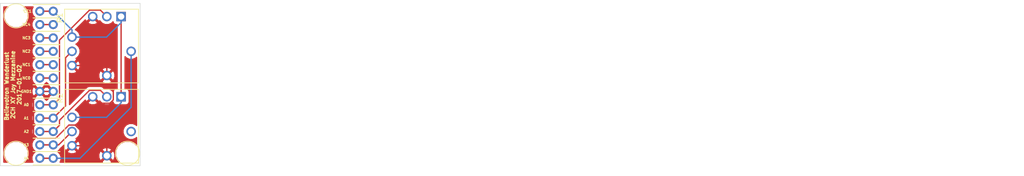
<source format=kicad_pcb>
(kicad_pcb (version 4) (host pcbnew 4.0.4-stable)

  (general
    (links 27)
    (no_connects 0)
    (area -0.050001 -31.537501 26.550001 -0.587499)
    (thickness 1.6)
    (drawings 15)
    (tracks 68)
    (zones 0)
    (modules 17)
    (nets 14)
  )

  (page A4)
  (layers
    (0 F.Cu signal)
    (31 B.Cu signal)
    (32 B.Adhes user)
    (33 F.Adhes user)
    (34 B.Paste user)
    (35 F.Paste user)
    (36 B.SilkS user)
    (37 F.SilkS user)
    (38 B.Mask user)
    (39 F.Mask user)
    (40 Dwgs.User user hide)
    (41 Cmts.User user)
    (42 Eco1.User user)
    (43 Eco2.User user)
    (44 Edge.Cuts user)
    (45 Margin user)
    (46 B.CrtYd user)
    (47 F.CrtYd user hide)
    (48 B.Fab user)
    (49 F.Fab user)
  )

  (setup
    (last_trace_width 0.25)
    (trace_clearance 0.2)
    (zone_clearance 0.508)
    (zone_45_only no)
    (trace_min 0.2)
    (segment_width 0.2)
    (edge_width 0.1)
    (via_size 0.6)
    (via_drill 0.4)
    (via_min_size 0.4)
    (via_min_drill 0.3)
    (uvia_size 0.3)
    (uvia_drill 0.1)
    (uvias_allowed no)
    (uvia_min_size 0.2)
    (uvia_min_drill 0.1)
    (pcb_text_width 0.3)
    (pcb_text_size 1.5 1.5)
    (mod_edge_width 0.15)
    (mod_text_size 1 1)
    (mod_text_width 0.15)
    (pad_size 3.3 3.3)
    (pad_drill 3.3)
    (pad_to_mask_clearance 0)
    (aux_axis_origin 0 0)
    (grid_origin 7.493 -29.9974)
    (visible_elements 7FFEFFFF)
    (pcbplotparams
      (layerselection 0x010fc_80000001)
      (usegerberextensions false)
      (excludeedgelayer true)
      (linewidth 0.100000)
      (plotframeref false)
      (viasonmask false)
      (mode 1)
      (useauxorigin false)
      (hpglpennumber 1)
      (hpglpenspeed 20)
      (hpglpendiameter 15)
      (hpglpenoverlay 2)
      (psnegative false)
      (psa4output false)
      (plotreference true)
      (plotvalue true)
      (plotinvisibletext false)
      (padsonsilk false)
      (subtractmaskfromsilk false)
      (outputformat 1)
      (mirror false)
      (drillshape 0)
      (scaleselection 1)
      (outputdirectory Believotron_Knobs_Gerber-2017-01-02/))
  )

  (net 0 "")
  (net 1 GND)
  (net 2 "Net-(A0-Pad1)")
  (net 3 "Net-(A1-Pad1)")
  (net 4 "Net-(A2-Pad1)")
  (net 5 "Net-(A3-Pad1)")
  (net 6 "Net-(A4-Pad1)")
  (net 7 "Net-(NC0-Pad1)")
  (net 8 "Net-(NC1-Pad1)")
  (net 9 "Net-(NC2-Pad1)")
  (net 10 "Net-(NC3-Pad1)")
  (net 11 "Net-(NC4-Pad1)")
  (net 12 VCC)
  (net 13 "Net-(R2-PadS1.2)")

  (net_class Default "This is the default net class."
    (clearance 0.2)
    (trace_width 0.25)
    (via_dia 0.6)
    (via_drill 0.4)
    (uvia_dia 0.3)
    (uvia_drill 0.1)
    (add_net GND)
    (add_net "Net-(A0-Pad1)")
    (add_net "Net-(A1-Pad1)")
    (add_net "Net-(A2-Pad1)")
    (add_net "Net-(A3-Pad1)")
    (add_net "Net-(A4-Pad1)")
    (add_net "Net-(NC0-Pad1)")
    (add_net "Net-(NC1-Pad1)")
    (add_net "Net-(NC2-Pad1)")
    (add_net "Net-(NC3-Pad1)")
    (add_net "Net-(NC4-Pad1)")
    (add_net "Net-(R2-PadS1.2)")
    (add_net VCC)
  )

  (module Connect:1pin (layer F.Cu) (tedit 582F54D3) (tstamp 58336BF9)
    (at 24.13 -3)
    (descr "module 1 pin (ou trou mecanique de percage)")
    (tags DEV)
    (fp_text reference REF** (at 0 -3.048) (layer F.SilkS) hide
      (effects (font (size 1 1) (thickness 0.15)))
    )
    (fp_text value 1pin (at 0 2.794) (layer F.Fab)
      (effects (font (size 1 1) (thickness 0.15)))
    )
    (fp_circle (center 0 0) (end 0 -2.286) (layer F.SilkS) (width 0.15))
    (pad "" np_thru_hole circle (at 0 0) (size 3.3 3.3) (drill 3.3) (layers *.Cu *.Mask))
  )

  (module Liberry:TH_0.1_1x2_Jumper (layer F.Cu) (tedit 58684C64) (tstamp 586AD7B5)
    (at 7.493 -12.2174)
    (descr "10 pins through hole IDC header")
    (tags "IDC header socket VASCH")
    (path /58336F43)
    (fp_text reference A0 (at -2.54 0) (layer F.SilkS)
      (effects (font (size 0.5 0.5) (thickness 0.125)))
    )
    (fp_text value CONN_01X01 (at 0 2.54) (layer F.Fab)
      (effects (font (size 1 1) (thickness 0.15)))
    )
    (fp_line (start -1.27 1.27) (end 3.81 1.27) (layer F.SilkS) (width 0.15))
    (fp_line (start -1.27 -1.27) (end 3.81 -1.27) (layer F.SilkS) (width 0.15))
    (pad 1 thru_hole circle (at 0 0) (size 1.7272 1.7272) (drill 1.016) (layers *.Cu *.Mask)
      (net 2 "Net-(A0-Pad1)"))
    (pad 1 thru_hole circle (at 2.54 0) (size 1.7272 1.7272) (drill 1.016) (layers *.Cu *.Mask)
      (net 2 "Net-(A0-Pad1)"))
  )

  (module Liberry:TH_0.1_1x2_Jumper (layer F.Cu) (tedit 58684C64) (tstamp 586B0D1A)
    (at 7.493 -17.2974)
    (descr "10 pins through hole IDC header")
    (tags "IDC header socket VASCH")
    (path /586B0DC1)
    (fp_text reference NC0 (at -2.54 0) (layer F.SilkS)
      (effects (font (size 0.5 0.5) (thickness 0.125)))
    )
    (fp_text value CONN_01X01 (at 0 2.54) (layer F.Fab)
      (effects (font (size 1 1) (thickness 0.15)))
    )
    (fp_line (start -1.27 1.27) (end 3.81 1.27) (layer F.SilkS) (width 0.15))
    (fp_line (start -1.27 -1.27) (end 3.81 -1.27) (layer F.SilkS) (width 0.15))
    (pad 1 thru_hole circle (at 0 0) (size 1.7272 1.7272) (drill 1.016) (layers *.Cu *.Mask)
      (net 7 "Net-(NC0-Pad1)"))
    (pad 1 thru_hole circle (at 2.54 0) (size 1.7272 1.7272) (drill 1.016) (layers *.Cu *.Mask)
      (net 7 "Net-(NC0-Pad1)"))
  )

  (module Liberry:TH_0.1_1x2_Jumper (layer F.Cu) (tedit 58684C64) (tstamp 586B0D22)
    (at 7.493 -19.8374)
    (descr "10 pins through hole IDC header")
    (tags "IDC header socket VASCH")
    (path /586B0E2A)
    (fp_text reference NC1 (at -2.54 0) (layer F.SilkS)
      (effects (font (size 0.5 0.5) (thickness 0.125)))
    )
    (fp_text value CONN_01X01 (at 0 2.54) (layer F.Fab)
      (effects (font (size 1 1) (thickness 0.15)))
    )
    (fp_line (start -1.27 1.27) (end 3.81 1.27) (layer F.SilkS) (width 0.15))
    (fp_line (start -1.27 -1.27) (end 3.81 -1.27) (layer F.SilkS) (width 0.15))
    (pad 1 thru_hole circle (at 0 0) (size 1.7272 1.7272) (drill 1.016) (layers *.Cu *.Mask)
      (net 8 "Net-(NC1-Pad1)"))
    (pad 1 thru_hole circle (at 2.54 0) (size 1.7272 1.7272) (drill 1.016) (layers *.Cu *.Mask)
      (net 8 "Net-(NC1-Pad1)"))
  )

  (module Connect:1pin (layer F.Cu) (tedit 582F54C7) (tstamp 582F547F)
    (at 3 -29.125)
    (descr "module 1 pin (ou trou mecanique de percage)")
    (tags DEV)
    (fp_text reference REF** (at 0 -3.048) (layer F.SilkS) hide
      (effects (font (size 1 1) (thickness 0.15)))
    )
    (fp_text value 1pin (at 0 2.794) (layer F.Fab)
      (effects (font (size 1 1) (thickness 0.15)))
    )
    (fp_circle (center 0 0) (end 0 -2.286) (layer F.SilkS) (width 0.15))
    (pad "" np_thru_hole circle (at 0 0) (size 3.3 3.3) (drill 3.3) (layers *.Cu *.Mask))
  )

  (module Connect:1pin (layer F.Cu) (tedit 582F54D3) (tstamp 582F5472)
    (at 3 -3)
    (descr "module 1 pin (ou trou mecanique de percage)")
    (tags DEV)
    (fp_text reference REF** (at 0 -3.048) (layer F.SilkS) hide
      (effects (font (size 1 1) (thickness 0.15)))
    )
    (fp_text value 1pin (at 0 2.794) (layer F.Fab)
      (effects (font (size 1 1) (thickness 0.15)))
    )
    (fp_circle (center 0 0) (end 0 -2.286) (layer F.SilkS) (width 0.15))
    (pad "" np_thru_hole circle (at 0 0) (size 3.3 3.3) (drill 3.3) (layers *.Cu *.Mask))
  )

  (module Liberry:TH_0.1_1x2_Jumper (layer F.Cu) (tedit 58684C64) (tstamp 586AD7BD)
    (at 7.493 -9.6774)
    (descr "10 pins through hole IDC header")
    (tags "IDC header socket VASCH")
    (path /5833717C)
    (fp_text reference A1 (at -2.54 0) (layer F.SilkS)
      (effects (font (size 0.5 0.5) (thickness 0.125)))
    )
    (fp_text value CONN_01X01 (at 0 2.54) (layer F.Fab)
      (effects (font (size 1 1) (thickness 0.15)))
    )
    (fp_line (start -1.27 1.27) (end 3.81 1.27) (layer F.SilkS) (width 0.15))
    (fp_line (start -1.27 -1.27) (end 3.81 -1.27) (layer F.SilkS) (width 0.15))
    (pad 1 thru_hole circle (at 0 0) (size 1.7272 1.7272) (drill 1.016) (layers *.Cu *.Mask)
      (net 3 "Net-(A1-Pad1)"))
    (pad 1 thru_hole circle (at 2.54 0) (size 1.7272 1.7272) (drill 1.016) (layers *.Cu *.Mask)
      (net 3 "Net-(A1-Pad1)"))
  )

  (module Liberry:TH_0.1_1x2_Jumper (layer F.Cu) (tedit 58684C64) (tstamp 586AD7C5)
    (at 7.493 -7.1374)
    (descr "10 pins through hole IDC header")
    (tags "IDC header socket VASCH")
    (path /58337609)
    (fp_text reference A2 (at -2.54 0) (layer F.SilkS)
      (effects (font (size 0.5 0.5) (thickness 0.125)))
    )
    (fp_text value CONN_01X01 (at 0 2.54) (layer F.Fab)
      (effects (font (size 1 1) (thickness 0.15)))
    )
    (fp_line (start -1.27 1.27) (end 3.81 1.27) (layer F.SilkS) (width 0.15))
    (fp_line (start -1.27 -1.27) (end 3.81 -1.27) (layer F.SilkS) (width 0.15))
    (pad 1 thru_hole circle (at 0 0) (size 1.7272 1.7272) (drill 1.016) (layers *.Cu *.Mask)
      (net 4 "Net-(A2-Pad1)"))
    (pad 1 thru_hole circle (at 2.54 0) (size 1.7272 1.7272) (drill 1.016) (layers *.Cu *.Mask)
      (net 4 "Net-(A2-Pad1)"))
  )

  (module Liberry:TH_0.1_1x2_Jumper (layer F.Cu) (tedit 58684C64) (tstamp 586AD7CD)
    (at 7.493 -4.5974)
    (descr "10 pins through hole IDC header")
    (tags "IDC header socket VASCH")
    (path /58337619)
    (fp_text reference A3 (at -2.54 0) (layer F.SilkS)
      (effects (font (size 0.5 0.5) (thickness 0.125)))
    )
    (fp_text value CONN_01X01 (at 0 2.54) (layer F.Fab)
      (effects (font (size 1 1) (thickness 0.15)))
    )
    (fp_line (start -1.27 1.27) (end 3.81 1.27) (layer F.SilkS) (width 0.15))
    (fp_line (start -1.27 -1.27) (end 3.81 -1.27) (layer F.SilkS) (width 0.15))
    (pad 1 thru_hole circle (at 0 0) (size 1.7272 1.7272) (drill 1.016) (layers *.Cu *.Mask)
      (net 5 "Net-(A3-Pad1)"))
    (pad 1 thru_hole circle (at 2.54 0) (size 1.7272 1.7272) (drill 1.016) (layers *.Cu *.Mask)
      (net 5 "Net-(A3-Pad1)"))
  )

  (module Liberry:TH_0.1_1x2_Jumper (layer F.Cu) (tedit 58684C64) (tstamp 586AD7D5)
    (at 7.493 -2.0574)
    (descr "10 pins through hole IDC header")
    (tags "IDC header socket VASCH")
    (path /58337C21)
    (fp_text reference A4 (at -2.54 0) (layer F.SilkS)
      (effects (font (size 0.5 0.5) (thickness 0.125)))
    )
    (fp_text value CONN_01X01 (at 0 2.54) (layer F.Fab)
      (effects (font (size 1 1) (thickness 0.15)))
    )
    (fp_line (start -1.27 1.27) (end 3.81 1.27) (layer F.SilkS) (width 0.15))
    (fp_line (start -1.27 -1.27) (end 3.81 -1.27) (layer F.SilkS) (width 0.15))
    (pad 1 thru_hole circle (at 0 0) (size 1.7272 1.7272) (drill 1.016) (layers *.Cu *.Mask)
      (net 6 "Net-(A4-Pad1)"))
    (pad 1 thru_hole circle (at 2.54 0) (size 1.7272 1.7272) (drill 1.016) (layers *.Cu *.Mask)
      (net 6 "Net-(A4-Pad1)"))
  )

  (module Liberry:TH_0.1_1x2_Jumper (layer F.Cu) (tedit 58684C64) (tstamp 586B0D12)
    (at 7.493 -14.7574)
    (descr "10 pins through hole IDC header")
    (tags "IDC header socket VASCH")
    (path /582EB90D)
    (fp_text reference GND1 (at -2.54 0) (layer F.SilkS)
      (effects (font (size 0.5 0.5) (thickness 0.125)))
    )
    (fp_text value CONN_01X01 (at 0 2.54) (layer F.Fab)
      (effects (font (size 1 1) (thickness 0.15)))
    )
    (fp_line (start -1.27 1.27) (end 3.81 1.27) (layer F.SilkS) (width 0.15))
    (fp_line (start -1.27 -1.27) (end 3.81 -1.27) (layer F.SilkS) (width 0.15))
    (pad 1 thru_hole circle (at 0 0) (size 1.7272 1.7272) (drill 1.016) (layers *.Cu *.Mask)
      (net 1 GND))
    (pad 1 thru_hole circle (at 2.54 0) (size 1.7272 1.7272) (drill 1.016) (layers *.Cu *.Mask)
      (net 1 GND))
  )

  (module Liberry:TH_0.1_1x2_Jumper (layer F.Cu) (tedit 58684C64) (tstamp 586B0D2A)
    (at 7.493 -22.3774)
    (descr "10 pins through hole IDC header")
    (tags "IDC header socket VASCH")
    (path /586B0E63)
    (fp_text reference NC2 (at -2.54 0) (layer F.SilkS)
      (effects (font (size 0.5 0.5) (thickness 0.125)))
    )
    (fp_text value CONN_01X01 (at 0 2.54) (layer F.Fab)
      (effects (font (size 1 1) (thickness 0.15)))
    )
    (fp_line (start -1.27 1.27) (end 3.81 1.27) (layer F.SilkS) (width 0.15))
    (fp_line (start -1.27 -1.27) (end 3.81 -1.27) (layer F.SilkS) (width 0.15))
    (pad 1 thru_hole circle (at 0 0) (size 1.7272 1.7272) (drill 1.016) (layers *.Cu *.Mask)
      (net 9 "Net-(NC2-Pad1)"))
    (pad 1 thru_hole circle (at 2.54 0) (size 1.7272 1.7272) (drill 1.016) (layers *.Cu *.Mask)
      (net 9 "Net-(NC2-Pad1)"))
  )

  (module Liberry:TH_0.1_1x2_Jumper (layer F.Cu) (tedit 58684C64) (tstamp 586B0D32)
    (at 7.493 -24.9174)
    (descr "10 pins through hole IDC header")
    (tags "IDC header socket VASCH")
    (path /586B0E9B)
    (fp_text reference NC3 (at -2.54 0) (layer F.SilkS)
      (effects (font (size 0.5 0.5) (thickness 0.125)))
    )
    (fp_text value CONN_01X01 (at 0 2.54) (layer F.Fab)
      (effects (font (size 1 1) (thickness 0.15)))
    )
    (fp_line (start -1.27 1.27) (end 3.81 1.27) (layer F.SilkS) (width 0.15))
    (fp_line (start -1.27 -1.27) (end 3.81 -1.27) (layer F.SilkS) (width 0.15))
    (pad 1 thru_hole circle (at 0 0) (size 1.7272 1.7272) (drill 1.016) (layers *.Cu *.Mask)
      (net 10 "Net-(NC3-Pad1)"))
    (pad 1 thru_hole circle (at 2.54 0) (size 1.7272 1.7272) (drill 1.016) (layers *.Cu *.Mask)
      (net 10 "Net-(NC3-Pad1)"))
  )

  (module Liberry:TH_0.1_1x2_Jumper (layer F.Cu) (tedit 58684C64) (tstamp 586B0D3A)
    (at 7.493 -27.4574)
    (descr "10 pins through hole IDC header")
    (tags "IDC header socket VASCH")
    (path /586B0EF4)
    (fp_text reference NC4 (at -2.54 0) (layer F.SilkS)
      (effects (font (size 0.5 0.5) (thickness 0.125)))
    )
    (fp_text value CONN_01X01 (at 0 2.54) (layer F.Fab)
      (effects (font (size 1 1) (thickness 0.15)))
    )
    (fp_line (start -1.27 1.27) (end 3.81 1.27) (layer F.SilkS) (width 0.15))
    (fp_line (start -1.27 -1.27) (end 3.81 -1.27) (layer F.SilkS) (width 0.15))
    (pad 1 thru_hole circle (at 0 0) (size 1.7272 1.7272) (drill 1.016) (layers *.Cu *.Mask)
      (net 11 "Net-(NC4-Pad1)"))
    (pad 1 thru_hole circle (at 2.54 0) (size 1.7272 1.7272) (drill 1.016) (layers *.Cu *.Mask)
      (net 11 "Net-(NC4-Pad1)"))
  )

  (module Liberry:XY_JOY_254TA103B50B (layer F.Cu) (tedit 58685E56) (tstamp 586B0D4A)
    (at 20.193 -22.3774 270)
    (path /586AFA56)
    (fp_text reference R1 (at -6.35 8.89 270) (layer F.SilkS)
      (effects (font (size 1 1) (thickness 0.15)))
    )
    (fp_text value XYJOY (at 0 9 270) (layer F.Fab)
      (effects (font (size 1 1) (thickness 0.15)))
    )
    (fp_line (start 6 8) (end -8 8) (layer F.SilkS) (width 0.15))
    (fp_line (start 6 -6) (end 6 8) (layer F.SilkS) (width 0.15))
    (fp_line (start -8 -6) (end 6 -6) (layer F.SilkS) (width 0.15))
    (fp_line (start -8 8) (end -8 -6) (layer F.SilkS) (width 0.15))
    (pad R1.1 thru_hole rect (at -6.6 -2.7 270) (size 1.8 1.8) (drill 1.2) (layers *.Cu *.Mask)
      (net 12 VCC))
    (pad R1.2 thru_hole circle (at -6.6 0 270) (size 1.8 1.8) (drill 1.2) (layers *.Cu *.Mask)
      (net 2 "Net-(A0-Pad1)"))
    (pad R1.3 thru_hole circle (at -6.6 2.675 270) (size 1.8 1.8) (drill 1.2) (layers *.Cu *.Mask)
      (net 1 GND))
    (pad R2.1 thru_hole circle (at -2.7 6.6 270) (size 1.8 1.8) (drill 1.2) (layers *.Cu *.Mask)
      (net 12 VCC))
    (pad R2.2 thru_hole circle (at 0 6.6 270) (size 1.8 1.8) (drill 1.2) (layers *.Cu *.Mask)
      (net 3 "Net-(A1-Pad1)"))
    (pad R2.3 thru_hole circle (at 2.7 6.6 270) (size 1.8 1.8) (drill 1.2) (layers *.Cu *.Mask)
      (net 1 GND))
    (pad S1.1 thru_hole circle (at 4.6 0 270) (size 1.8 1.8) (drill 1.2) (layers *.Cu *.Mask)
      (net 1 GND))
    (pad S1.2 thru_hole circle (at 0 -4.6 270) (size 1.8 1.8) (drill 1.2) (layers *.Cu *.Mask)
      (net 6 "Net-(A4-Pad1)"))
  )

  (module Liberry:XY_JOY_254TA103B50B (layer F.Cu) (tedit 58685E56) (tstamp 586B0D5A)
    (at 20.193 -7.1374 270)
    (path /586B0449)
    (fp_text reference R2 (at -6.35 8.89 270) (layer F.SilkS)
      (effects (font (size 1 1) (thickness 0.15)))
    )
    (fp_text value XYJOY (at 0 9 270) (layer F.Fab)
      (effects (font (size 1 1) (thickness 0.15)))
    )
    (fp_line (start 6 8) (end -8 8) (layer F.SilkS) (width 0.15))
    (fp_line (start 6 -6) (end 6 8) (layer F.SilkS) (width 0.15))
    (fp_line (start -8 -6) (end 6 -6) (layer F.SilkS) (width 0.15))
    (fp_line (start -8 8) (end -8 -6) (layer F.SilkS) (width 0.15))
    (pad R1.1 thru_hole rect (at -6.6 -2.7 270) (size 1.8 1.8) (drill 1.2) (layers *.Cu *.Mask)
      (net 12 VCC))
    (pad R1.2 thru_hole circle (at -6.6 0 270) (size 1.8 1.8) (drill 1.2) (layers *.Cu *.Mask)
      (net 4 "Net-(A2-Pad1)"))
    (pad R1.3 thru_hole circle (at -6.6 2.675 270) (size 1.8 1.8) (drill 1.2) (layers *.Cu *.Mask)
      (net 1 GND))
    (pad R2.1 thru_hole circle (at -2.7 6.6 270) (size 1.8 1.8) (drill 1.2) (layers *.Cu *.Mask)
      (net 12 VCC))
    (pad R2.2 thru_hole circle (at 0 6.6 270) (size 1.8 1.8) (drill 1.2) (layers *.Cu *.Mask)
      (net 5 "Net-(A3-Pad1)"))
    (pad R2.3 thru_hole circle (at 2.7 6.6 270) (size 1.8 1.8) (drill 1.2) (layers *.Cu *.Mask)
      (net 1 GND))
    (pad S1.1 thru_hole circle (at 4.6 0 270) (size 1.8 1.8) (drill 1.2) (layers *.Cu *.Mask)
      (net 1 GND))
    (pad S1.2 thru_hole circle (at 0 -4.6 270) (size 1.8 1.8) (drill 1.2) (layers *.Cu *.Mask)
      (net 13 "Net-(R2-PadS1.2)"))
  )

  (module Liberry:TH_0.1_1x2_Jumper (layer F.Cu) (tedit 58684C64) (tstamp 586B0D62)
    (at 7.493 -29.9974)
    (descr "10 pins through hole IDC header")
    (tags "IDC header socket VASCH")
    (path /586B0577)
    (fp_text reference VCC1 (at -2.54 0) (layer F.SilkS)
      (effects (font (size 0.5 0.5) (thickness 0.125)))
    )
    (fp_text value CONN_01X01 (at 0 2.54) (layer F.Fab)
      (effects (font (size 1 1) (thickness 0.15)))
    )
    (fp_line (start -1.27 1.27) (end 3.81 1.27) (layer F.SilkS) (width 0.15))
    (fp_line (start -1.27 -1.27) (end 3.81 -1.27) (layer F.SilkS) (width 0.15))
    (pad 1 thru_hole circle (at 0 0) (size 1.7272 1.7272) (drill 1.016) (layers *.Cu *.Mask)
      (net 12 VCC))
    (pad 1 thru_hole circle (at 2.54 0) (size 1.7272 1.7272) (drill 1.016) (layers *.Cu *.Mask)
      (net 12 VCC))
  )

  (gr_text "Believotron Wanderlust \n2CH XY Joy Mezzanine\n2017-01-02" (at 2.413 -16.0274 90) (layer F.SilkS)
    (effects (font (size 0.75 0.75) (thickness 0.1875)))
  )
  (gr_line (start 185.76 -32.1253) (end 25.76 -32.1253) (layer Dwgs.User) (width 0.2))
  (gr_line (start 25.76 -0.0001) (end 25.76 -32.1253) (layer Dwgs.User) (width 0.2))
  (gr_line (start 45.76 -32.1253) (end 45.76 -0.0001) (layer Dwgs.User) (width 0.2))
  (gr_line (start 65.76 -32.1253) (end 65.76 -0.0001) (layer Dwgs.User) (width 0.2))
  (gr_line (start 85.76 -0.0001) (end 85.76 -32.1253) (layer Dwgs.User) (width 0.2))
  (gr_line (start 105.76 -32.1253) (end 105.76 -0.0001) (layer Dwgs.User) (width 0.2))
  (gr_line (start 125.76 -0.0001) (end 125.76 -32.1253) (layer Dwgs.User) (width 0.2))
  (gr_line (start 145.76 -0.0001) (end 145.76 -32.1253) (layer Dwgs.User) (width 0.2))
  (gr_line (start 165.76 -0.0001) (end 165.76 -32.1253) (layer Dwgs.User) (width 0.2))
  (gr_line (start 185.76 -32.25) (end 185.76 0) (layer Dwgs.User) (width 0.2))
  (gr_line (start 26.5 -0.6375) (end 26.5 -31.4875) (layer Edge.Cuts) (width 0.1))
  (gr_line (start 0 -31.4875) (end 26.5 -31.4875) (layer Edge.Cuts) (width 0.1))
  (gr_line (start 0 -0.6375) (end 0 -31.4875) (layer Edge.Cuts) (width 0.1))
  (gr_line (start 0 -0.6375) (end 26.5 -0.6375) (layer Edge.Cuts) (width 0.1))

  (segment (start 7.493 -14.7574) (end 10.033 -14.7574) (width 0.25) (layer F.Cu) (net 1))
  (segment (start 20.193 -17.7774) (end 20.193 -26.3024) (width 0.25) (layer F.Cu) (net 1))
  (segment (start 20.193 -26.3024) (end 17.518 -28.9774) (width 0.25) (layer F.Cu) (net 1))
  (segment (start 20.193 -17.7774) (end 18.293 -19.6774) (width 0.25) (layer F.Cu) (net 1))
  (segment (start 18.293 -19.6774) (end 13.593 -19.6774) (width 0.25) (layer F.Cu) (net 1))
  (segment (start 17.518 -13.7374) (end 18.743001 -12.512399) (width 0.25) (layer F.Cu) (net 1))
  (segment (start 18.743001 -12.512399) (end 20.781001 -12.512399) (width 0.25) (layer F.Cu) (net 1))
  (segment (start 20.781001 -12.512399) (end 21.418001 -13.149399) (width 0.25) (layer F.Cu) (net 1))
  (segment (start 21.418001 -13.149399) (end 21.418001 -16.552399) (width 0.25) (layer F.Cu) (net 1))
  (segment (start 21.418001 -16.552399) (end 21.092999 -16.877401) (width 0.25) (layer F.Cu) (net 1))
  (segment (start 21.092999 -16.877401) (end 20.193 -17.7774) (width 0.25) (layer F.Cu) (net 1))
  (segment (start 20.193 -2.5374) (end 20.193 -11.0624) (width 0.25) (layer F.Cu) (net 1))
  (segment (start 20.193 -11.0624) (end 17.518 -13.7374) (width 0.25) (layer F.Cu) (net 1))
  (segment (start 13.593 -4.4374) (end 18.293 -4.4374) (width 0.25) (layer F.Cu) (net 1))
  (segment (start 18.293 -4.4374) (end 20.193 -2.5374) (width 0.25) (layer F.Cu) (net 1))
  (segment (start 13.593 -4.4374) (end 13.683 -4.4374) (width 0.25) (layer F.Cu) (net 1))
  (segment (start 13.683 -4.4374) (end 15.113 -5.8674) (width 0.25) (layer F.Cu) (net 1))
  (segment (start 10.509998 -5.8674) (end 7.00387 -5.8674) (width 0.25) (layer F.Cu) (net 1))
  (segment (start 15.113 -5.8674) (end 15.113 -7.430402) (width 0.25) (layer F.Cu) (net 1))
  (segment (start 15.113 -7.430402) (end 14.181001 -8.362401) (width 0.25) (layer F.Cu) (net 1))
  (segment (start 14.181001 -8.362401) (end 13.004999 -8.362401) (width 0.25) (layer F.Cu) (net 1))
  (segment (start 6.304399 -13.568799) (end 6.629401 -13.893801) (width 0.25) (layer F.Cu) (net 1))
  (segment (start 13.004999 -8.362401) (end 10.509998 -5.8674) (width 0.25) (layer F.Cu) (net 1))
  (segment (start 7.00387 -5.8674) (end 6.304399 -6.566871) (width 0.25) (layer F.Cu) (net 1))
  (segment (start 6.304399 -6.566871) (end 6.304399 -13.568799) (width 0.25) (layer F.Cu) (net 1))
  (segment (start 6.629401 -13.893801) (end 7.493 -14.7574) (width 0.25) (layer F.Cu) (net 1))
  (segment (start 7.493 -12.2174) (end 10.033 -12.2174) (width 0.25) (layer F.Cu) (net 2))
  (segment (start 20.193 -28.9774) (end 18.967999 -30.202401) (width 0.25) (layer F.Cu) (net 2))
  (segment (start 18.967999 -30.202401) (end 16.904999 -30.202401) (width 0.25) (layer F.Cu) (net 2))
  (segment (start 16.904999 -30.202401) (end 11.221601 -24.519003) (width 0.25) (layer F.Cu) (net 2))
  (segment (start 11.221601 -24.519003) (end 11.221601 -13.406001) (width 0.25) (layer F.Cu) (net 2))
  (segment (start 11.221601 -13.406001) (end 10.896599 -13.080999) (width 0.25) (layer F.Cu) (net 2))
  (segment (start 10.896599 -13.080999) (end 10.033 -12.2174) (width 0.25) (layer F.Cu) (net 2))
  (segment (start 7.493 -9.6774) (end 10.033 -9.6774) (width 0.25) (layer F.Cu) (net 3))
  (segment (start 13.593 -22.3774) (end 12.367999 -21.152399) (width 0.25) (layer F.Cu) (net 3))
  (segment (start 10.896599 -10.540999) (end 10.033 -9.6774) (width 0.25) (layer F.Cu) (net 3))
  (segment (start 12.367999 -21.152399) (end 12.367999 -12.012399) (width 0.25) (layer F.Cu) (net 3))
  (segment (start 12.367999 -12.012399) (end 10.896599 -10.540999) (width 0.25) (layer F.Cu) (net 3))
  (segment (start 7.493 -7.1374) (end 10.033 -7.1374) (width 0.25) (layer F.Cu) (net 4))
  (segment (start 20.193 -13.7374) (end 18.967999 -14.962401) (width 0.25) (layer F.Cu) (net 4))
  (segment (start 18.967999 -14.962401) (end 16.904999 -14.962401) (width 0.25) (layer F.Cu) (net 4))
  (segment (start 16.904999 -14.962401) (end 11.221601 -9.279003) (width 0.25) (layer F.Cu) (net 4))
  (segment (start 11.221601 -9.279003) (end 11.221601 -8.326001) (width 0.25) (layer F.Cu) (net 4))
  (segment (start 11.221601 -8.326001) (end 10.896599 -8.000999) (width 0.25) (layer F.Cu) (net 4))
  (segment (start 10.896599 -8.000999) (end 10.033 -7.1374) (width 0.25) (layer F.Cu) (net 4))
  (segment (start 7.493 -4.5974) (end 10.033 -4.5974) (width 0.25) (layer F.Cu) (net 5))
  (segment (start 13.593 -7.1374) (end 11.053 -4.5974) (width 0.25) (layer F.Cu) (net 5))
  (segment (start 11.053 -4.5974) (end 10.033 -4.5974) (width 0.25) (layer F.Cu) (net 5))
  (segment (start 15.113 -2.0574) (end 24.793 -11.7374) (width 0.25) (layer B.Cu) (net 6))
  (segment (start 24.793 -11.7374) (end 24.793 -22.3774) (width 0.25) (layer B.Cu) (net 6))
  (segment (start 10.033 -2.0574) (end 15.113 -2.0574) (width 0.25) (layer B.Cu) (net 6))
  (segment (start 7.493 -2.0574) (end 10.033 -2.0574) (width 0.25) (layer F.Cu) (net 6))
  (segment (start 7.493 -17.2974) (end 10.033 -17.2974) (width 0.25) (layer F.Cu) (net 7))
  (segment (start 7.493 -19.8374) (end 10.033 -19.8374) (width 0.25) (layer F.Cu) (net 8))
  (segment (start 7.493 -22.3774) (end 10.033 -22.3774) (width 0.25) (layer F.Cu) (net 9))
  (segment (start 7.493 -24.9174) (end 10.033 -24.9174) (width 0.25) (layer F.Cu) (net 10))
  (segment (start 7.493 -27.4574) (end 10.033 -27.4574) (width 0.25) (layer F.Cu) (net 11))
  (segment (start 7.493 -29.9974) (end 10.033 -29.9974) (width 0.25) (layer F.Cu) (net 12))
  (segment (start 13.593 -25.0774) (end 13.593 -26.4374) (width 0.25) (layer B.Cu) (net 12))
  (segment (start 13.593 -26.4374) (end 10.033 -29.9974) (width 0.25) (layer B.Cu) (net 12))
  (segment (start 22.893 -28.9774) (end 22.893 -27.8274) (width 0.25) (layer B.Cu) (net 12))
  (segment (start 22.893 -27.8274) (end 20.143 -25.0774) (width 0.25) (layer B.Cu) (net 12))
  (segment (start 20.143 -25.0774) (end 14.865792 -25.0774) (width 0.25) (layer B.Cu) (net 12))
  (segment (start 14.865792 -25.0774) (end 13.593 -25.0774) (width 0.25) (layer B.Cu) (net 12))
  (segment (start 13.593 -9.8374) (end 20.143 -9.8374) (width 0.25) (layer B.Cu) (net 12))
  (segment (start 22.893 -12.5874) (end 22.893 -13.7374) (width 0.25) (layer B.Cu) (net 12))
  (segment (start 20.143 -9.8374) (end 22.893 -12.5874) (width 0.25) (layer B.Cu) (net 12))
  (segment (start 22.893 -13.7374) (end 22.893 -28.9774) (width 0.25) (layer F.Cu) (net 12))

  (zone (net 1) (net_name GND) (layer F.Cu) (tstamp 0) (hatch edge 0.508)
    (connect_pads (clearance 0.508))
    (min_thickness 0.254)
    (fill yes (arc_segments 16) (thermal_gap 0.508) (thermal_bridge_width 0.508))
    (polygon
      (pts
        (xy 0 0) (xy 193.96 0) (xy 193.96 -32.125) (xy 0 -32.125)
      )
    )
    (filled_polygon
      (pts
        (xy 1.064001 -30.421039) (xy 0.715397 -29.581509) (xy 0.714604 -28.672479) (xy 1.061742 -27.832342) (xy 1.703961 -27.189001)
        (xy 2.543491 -26.840397) (xy 3.452521 -26.839604) (xy 4.292658 -27.186742) (xy 4.935999 -27.828961) (xy 5.284603 -28.668491)
        (xy 5.285396 -29.577521) (xy 4.938258 -30.417658) (xy 4.554087 -30.8025) (xy 6.204647 -30.8025) (xy 5.994661 -30.296798)
        (xy 5.994141 -29.700618) (xy 6.221808 -29.14962) (xy 6.643003 -28.72769) (xy 6.643931 -28.727305) (xy 6.22329 -28.307397)
        (xy 5.994661 -27.756798) (xy 5.994141 -27.160618) (xy 6.221808 -26.60962) (xy 6.643003 -26.18769) (xy 6.643931 -26.187305)
        (xy 6.22329 -25.767397) (xy 5.994661 -25.216798) (xy 5.994141 -24.620618) (xy 6.221808 -24.06962) (xy 6.643003 -23.64769)
        (xy 6.643931 -23.647305) (xy 6.22329 -23.227397) (xy 5.994661 -22.676798) (xy 5.994141 -22.080618) (xy 6.221808 -21.52962)
        (xy 6.643003 -21.10769) (xy 6.643931 -21.107305) (xy 6.22329 -20.687397) (xy 5.994661 -20.136798) (xy 5.994141 -19.540618)
        (xy 6.221808 -18.98962) (xy 6.643003 -18.56769) (xy 6.643931 -18.567305) (xy 6.22329 -18.147397) (xy 5.994661 -17.596798)
        (xy 5.994141 -17.000618) (xy 6.221808 -16.44962) (xy 6.643003 -16.02769) (xy 6.683537 -16.010859) (xy 6.6188 -15.811205)
        (xy 7.493 -14.937005) (xy 8.3672 -15.811205) (xy 8.302601 -16.010433) (xy 8.34078 -16.026208) (xy 8.76271 -16.447403)
        (xy 8.763095 -16.448331) (xy 9.183003 -16.02769) (xy 9.223537 -16.010859) (xy 9.1588 -15.811205) (xy 10.033 -14.937005)
        (xy 10.047143 -14.951148) (xy 10.226748 -14.771543) (xy 10.212605 -14.7574) (xy 10.226748 -14.743258) (xy 10.047143 -14.563653)
        (xy 10.033 -14.577795) (xy 9.1588 -13.703595) (xy 9.223399 -13.504367) (xy 9.18522 -13.488592) (xy 8.76329 -13.067397)
        (xy 8.762905 -13.066469) (xy 8.342997 -13.48711) (xy 8.302463 -13.503941) (xy 8.3672 -13.703595) (xy 7.493 -14.577795)
        (xy 6.6188 -13.703595) (xy 6.683399 -13.504367) (xy 6.64522 -13.488592) (xy 6.22329 -13.067397) (xy 5.994661 -12.516798)
        (xy 5.994141 -11.920618) (xy 6.221808 -11.36962) (xy 6.643003 -10.94769) (xy 6.643931 -10.947305) (xy 6.22329 -10.527397)
        (xy 5.994661 -9.976798) (xy 5.994141 -9.380618) (xy 6.221808 -8.82962) (xy 6.643003 -8.40769) (xy 6.643931 -8.407305)
        (xy 6.22329 -7.987397) (xy 5.994661 -7.436798) (xy 5.994141 -6.840618) (xy 6.221808 -6.28962) (xy 6.643003 -5.86769)
        (xy 6.643931 -5.867305) (xy 6.22329 -5.447397) (xy 5.994661 -4.896798) (xy 5.994141 -4.300618) (xy 6.221808 -3.74962)
        (xy 6.643003 -3.32769) (xy 6.643931 -3.327305) (xy 6.22329 -2.907397) (xy 5.994661 -2.356798) (xy 5.994141 -1.760618)
        (xy 6.175167 -1.3225) (xy 4.553872 -1.3225) (xy 4.935999 -1.703961) (xy 5.284603 -2.543491) (xy 5.285396 -3.452521)
        (xy 4.938258 -4.292658) (xy 4.296039 -4.935999) (xy 3.456509 -5.284603) (xy 2.547479 -5.285396) (xy 1.707342 -4.938258)
        (xy 1.064001 -4.296039) (xy 0.715397 -3.456509) (xy 0.714604 -2.547479) (xy 1.061742 -1.707342) (xy 1.445913 -1.3225)
        (xy 0.685 -1.3225) (xy 0.685 -14.98937) (xy 5.982752 -14.98937) (xy 6.008942 -14.393765) (xy 6.186484 -13.965141)
        (xy 6.439195 -13.8832) (xy 7.313395 -14.7574) (xy 7.672605 -14.7574) (xy 8.546805 -13.8832) (xy 8.763 -13.953301)
        (xy 8.979195 -13.8832) (xy 9.853395 -14.7574) (xy 8.979195 -15.6316) (xy 8.763 -15.561499) (xy 8.546805 -15.6316)
        (xy 7.672605 -14.7574) (xy 7.313395 -14.7574) (xy 6.439195 -15.6316) (xy 6.186484 -15.549659) (xy 5.982752 -14.98937)
        (xy 0.685 -14.98937) (xy 0.685 -30.8025) (xy 1.446128 -30.8025)
      )
    )
    (filled_polygon
      (pts
        (xy 23.922357 -21.076849) (xy 24.48633 -20.842667) (xy 25.096991 -20.842135) (xy 25.661371 -21.075332) (xy 25.815 -21.228693)
        (xy 25.815 -8.286329) (xy 25.663643 -8.437951) (xy 25.09967 -8.672133) (xy 24.489009 -8.672665) (xy 23.924629 -8.439468)
        (xy 23.492449 -8.008043) (xy 23.258267 -7.44407) (xy 23.257735 -6.833409) (xy 23.490932 -6.269029) (xy 23.922357 -5.836849)
        (xy 24.48633 -5.602667) (xy 25.096991 -5.602135) (xy 25.661371 -5.835332) (xy 25.815 -5.988693) (xy 25.815 -4.546358)
        (xy 25.426039 -4.935999) (xy 24.586509 -5.284603) (xy 23.677479 -5.285396) (xy 22.837342 -4.938258) (xy 22.194001 -4.296039)
        (xy 21.845397 -3.456509) (xy 21.844604 -2.547479) (xy 22.191742 -1.707342) (xy 22.575913 -1.3225) (xy 21.048162 -1.3225)
        (xy 21.093554 -1.457241) (xy 20.193 -2.357795) (xy 19.292446 -1.457241) (xy 19.337838 -1.3225) (xy 11.350503 -1.3225)
        (xy 11.531339 -1.758002) (xy 11.531859 -2.354182) (xy 11.356716 -2.778064) (xy 18.646542 -2.778064) (xy 18.672161 -2.16794)
        (xy 18.856357 -1.723252) (xy 19.112841 -1.636846) (xy 20.013395 -2.5374) (xy 20.372605 -2.5374) (xy 21.273159 -1.636846)
        (xy 21.529643 -1.723252) (xy 21.739458 -2.296736) (xy 21.713839 -2.90686) (xy 21.529643 -3.351548) (xy 21.273159 -3.437954)
        (xy 20.372605 -2.5374) (xy 20.013395 -2.5374) (xy 19.112841 -3.437954) (xy 18.856357 -3.351548) (xy 18.646542 -2.778064)
        (xy 11.356716 -2.778064) (xy 11.304192 -2.90518) (xy 10.882997 -3.32711) (xy 10.882069 -3.327495) (xy 10.911866 -3.357241)
        (xy 12.692446 -3.357241) (xy 12.778852 -3.100757) (xy 13.352336 -2.890942) (xy 13.96246 -2.916561) (xy 14.407148 -3.100757)
        (xy 14.493554 -3.357241) (xy 13.593 -4.257795) (xy 12.692446 -3.357241) (xy 10.911866 -3.357241) (xy 11.30271 -3.747403)
        (xy 11.371883 -3.913991) (xy 11.590401 -4.059999) (xy 12.053067 -4.522665) (xy 12.072161 -4.06794) (xy 12.256357 -3.623252)
        (xy 12.512841 -3.536846) (xy 13.413395 -4.4374) (xy 13.772605 -4.4374) (xy 14.673159 -3.536846) (xy 14.912744 -3.617559)
        (xy 19.292446 -3.617559) (xy 20.193 -2.717005) (xy 21.093554 -3.617559) (xy 21.007148 -3.874043) (xy 20.433664 -4.083858)
        (xy 19.82354 -4.058239) (xy 19.378852 -3.874043) (xy 19.292446 -3.617559) (xy 14.912744 -3.617559) (xy 14.929643 -3.623252)
        (xy 15.139458 -4.196736) (xy 15.113839 -4.80686) (xy 14.929643 -5.251548) (xy 14.673159 -5.337954) (xy 13.772605 -4.4374)
        (xy 13.413395 -4.4374) (xy 13.399253 -4.451543) (xy 13.578858 -4.631148) (xy 13.593 -4.617005) (xy 14.493554 -5.517559)
        (xy 14.407148 -5.774043) (xy 14.357235 -5.792304) (xy 14.461371 -5.835332) (xy 14.893551 -6.266757) (xy 15.127733 -6.83073)
        (xy 15.128265 -7.441391) (xy 14.895068 -8.005771) (xy 14.463643 -8.437951) (xy 14.344961 -8.487232) (xy 14.461371 -8.535332)
        (xy 14.893551 -8.966757) (xy 15.127733 -9.53073) (xy 15.128265 -10.141391) (xy 14.895068 -10.705771) (xy 14.463643 -11.137951)
        (xy 14.245805 -11.228405) (xy 15.674641 -12.657241) (xy 16.617446 -12.657241) (xy 16.703852 -12.400757) (xy 17.277336 -12.190942)
        (xy 17.88746 -12.216561) (xy 18.332148 -12.400757) (xy 18.418554 -12.657241) (xy 17.518 -13.557795) (xy 16.617446 -12.657241)
        (xy 15.674641 -12.657241) (xy 16.110856 -13.093456) (xy 16.181357 -12.923252) (xy 16.437841 -12.836846) (xy 17.338395 -13.7374)
        (xy 17.324253 -13.751543) (xy 17.503858 -13.931148) (xy 17.518 -13.917005) (xy 17.532143 -13.931148) (xy 17.711748 -13.751543)
        (xy 17.697605 -13.7374) (xy 18.598159 -12.836846) (xy 18.854643 -12.923252) (xy 18.861163 -12.941074) (xy 18.890932 -12.869029)
        (xy 19.322357 -12.436849) (xy 19.88633 -12.202667) (xy 20.496991 -12.202135) (xy 21.061371 -12.435332) (xy 21.364312 -12.737743)
        (xy 21.389838 -12.602083) (xy 21.52891 -12.385959) (xy 21.74111 -12.240969) (xy 21.993 -12.18996) (xy 23.793 -12.18996)
        (xy 24.028317 -12.234238) (xy 24.244441 -12.37331) (xy 24.389431 -12.58551) (xy 24.44044 -12.8374) (xy 24.44044 -14.6374)
        (xy 24.396162 -14.872717) (xy 24.25709 -15.088841) (xy 24.04489 -15.233831) (xy 23.793 -15.28484) (xy 23.653 -15.28484)
        (xy 23.653 -21.346677)
      )
    )
    (filled_polygon
      (pts
        (xy 17.711748 -28.991543) (xy 17.697605 -28.9774) (xy 18.598159 -28.076846) (xy 18.854643 -28.163252) (xy 18.861163 -28.181074)
        (xy 18.890932 -28.109029) (xy 19.322357 -27.676849) (xy 19.88633 -27.442667) (xy 20.496991 -27.442135) (xy 21.061371 -27.675332)
        (xy 21.364312 -27.977743) (xy 21.389838 -27.842083) (xy 21.52891 -27.625959) (xy 21.74111 -27.480969) (xy 21.993 -27.42996)
        (xy 22.133 -27.42996) (xy 22.133 -15.28484) (xy 21.993 -15.28484) (xy 21.757683 -15.240562) (xy 21.541559 -15.10149)
        (xy 21.396569 -14.88929) (xy 21.365449 -14.735616) (xy 21.063643 -15.037951) (xy 20.49967 -15.272133) (xy 19.889009 -15.272665)
        (xy 19.778287 -15.226915) (xy 19.5054 -15.499802) (xy 19.258838 -15.664549) (xy 18.967999 -15.722401) (xy 16.904999 -15.722401)
        (xy 16.61416 -15.664549) (xy 16.367598 -15.499802) (xy 13.127999 -12.260203) (xy 13.127999 -16.697241) (xy 19.292446 -16.697241)
        (xy 19.378852 -16.440757) (xy 19.952336 -16.230942) (xy 20.56246 -16.256561) (xy 21.007148 -16.440757) (xy 21.093554 -16.697241)
        (xy 20.193 -17.597795) (xy 19.292446 -16.697241) (xy 13.127999 -16.697241) (xy 13.127999 -18.018064) (xy 18.646542 -18.018064)
        (xy 18.672161 -17.40794) (xy 18.856357 -16.963252) (xy 19.112841 -16.876846) (xy 20.013395 -17.7774) (xy 20.372605 -17.7774)
        (xy 21.273159 -16.876846) (xy 21.529643 -16.963252) (xy 21.739458 -17.536736) (xy 21.713839 -18.14686) (xy 21.529643 -18.591548)
        (xy 21.273159 -18.677954) (xy 20.372605 -17.7774) (xy 20.013395 -17.7774) (xy 19.112841 -18.677954) (xy 18.856357 -18.591548)
        (xy 18.646542 -18.018064) (xy 13.127999 -18.018064) (xy 13.127999 -18.213018) (xy 13.352336 -18.130942) (xy 13.96246 -18.156561)
        (xy 14.407148 -18.340757) (xy 14.493554 -18.597241) (xy 13.593 -19.497795) (xy 13.578858 -19.483653) (xy 13.399253 -19.663258)
        (xy 13.413395 -19.6774) (xy 13.772605 -19.6774) (xy 14.673159 -18.776846) (xy 14.912744 -18.857559) (xy 19.292446 -18.857559)
        (xy 20.193 -17.957005) (xy 21.093554 -18.857559) (xy 21.007148 -19.114043) (xy 20.433664 -19.323858) (xy 19.82354 -19.298239)
        (xy 19.378852 -19.114043) (xy 19.292446 -18.857559) (xy 14.912744 -18.857559) (xy 14.929643 -18.863252) (xy 15.139458 -19.436736)
        (xy 15.113839 -20.04686) (xy 14.929643 -20.491548) (xy 14.673159 -20.577954) (xy 13.772605 -19.6774) (xy 13.413395 -19.6774)
        (xy 13.399253 -19.691543) (xy 13.578858 -19.871148) (xy 13.593 -19.857005) (xy 14.493554 -20.757559) (xy 14.407148 -21.014043)
        (xy 14.357235 -21.032304) (xy 14.461371 -21.075332) (xy 14.893551 -21.506757) (xy 15.127733 -22.07073) (xy 15.128265 -22.681391)
        (xy 14.895068 -23.245771) (xy 14.463643 -23.677951) (xy 14.344961 -23.727232) (xy 14.461371 -23.775332) (xy 14.893551 -24.206757)
        (xy 15.127733 -24.77073) (xy 15.128265 -25.381391) (xy 14.895068 -25.945771) (xy 14.463643 -26.377951) (xy 14.245805 -26.468405)
        (xy 15.674641 -27.897241) (xy 16.617446 -27.897241) (xy 16.703852 -27.640757) (xy 17.277336 -27.430942) (xy 17.88746 -27.456561)
        (xy 18.332148 -27.640757) (xy 18.418554 -27.897241) (xy 17.518 -28.797795) (xy 16.617446 -27.897241) (xy 15.674641 -27.897241)
        (xy 16.110856 -28.333456) (xy 16.181357 -28.163252) (xy 16.437841 -28.076846) (xy 17.338395 -28.9774) (xy 17.324253 -28.991543)
        (xy 17.503858 -29.171148) (xy 17.518 -29.157005) (xy 17.532143 -29.171148)
      )
    )
  )
)

</source>
